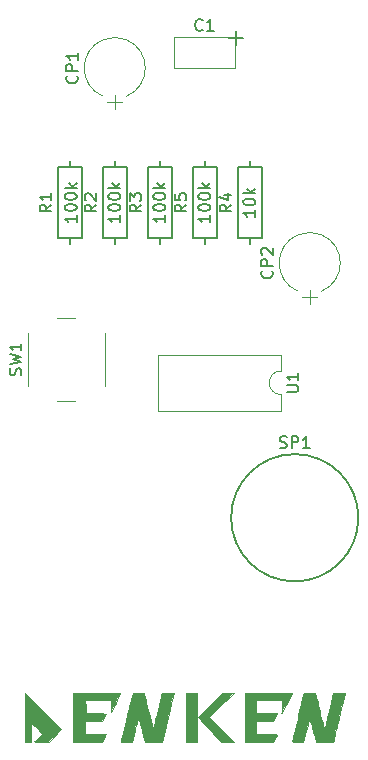
<source format=gto>
G04 #@! TF.FileFunction,Legend,Top*
%FSLAX46Y46*%
G04 Gerber Fmt 4.6, Leading zero omitted, Abs format (unit mm)*
G04 Created by KiCad (PCBNEW 4.0.1-stable) date 2017/05/09 18:16:20*
%MOMM*%
G01*
G04 APERTURE LIST*
%ADD10C,0.100000*%
%ADD11C,0.120000*%
%ADD12C,0.150000*%
%ADD13C,0.010000*%
%ADD14C,2.200000*%
%ADD15C,1.600000*%
%ADD16R,1.600000X1.600000*%
%ADD17R,3.000000X5.000000*%
%ADD18C,1.800000*%
%ADD19R,1.800000X1.800000*%
%ADD20C,2.000000*%
%ADD21R,1.600000X2.400000*%
%ADD22O,1.600000X2.400000*%
G04 APERTURE END LIST*
D10*
D11*
X142835000Y-81875000D02*
X147955000Y-81875000D01*
X142835000Y-84495000D02*
X147955000Y-84495000D01*
X142835000Y-81875000D02*
X142835000Y-84495000D01*
X147955000Y-81875000D02*
X147955000Y-84495000D01*
X136813600Y-82078137D02*
G75*
G03X136815000Y-86872436I981400J-2396863D01*
G01*
X138776400Y-82078137D02*
G75*
G02X138775000Y-86872436I-981400J-2396863D01*
G01*
X138776400Y-82078137D02*
G75*
G03X136815000Y-82077564I-981400J-2396863D01*
G01*
X137795000Y-87925000D02*
X137795000Y-86725000D01*
X137145000Y-87325000D02*
X138445000Y-87325000D01*
X153323600Y-98588137D02*
G75*
G03X153325000Y-103382436I981400J-2396863D01*
G01*
X155286400Y-98588137D02*
G75*
G02X155285000Y-103382436I-981400J-2396863D01*
G01*
X155286400Y-98588137D02*
G75*
G03X153325000Y-98587564I-981400J-2396863D01*
G01*
X154305000Y-104435000D02*
X154305000Y-103235000D01*
X153655000Y-103835000D02*
X154955000Y-103835000D01*
D12*
X133985000Y-98885000D02*
X133985000Y-99385000D01*
X133985000Y-92885000D02*
X133985000Y-92385000D01*
X132985000Y-98885000D02*
X132985000Y-92885000D01*
X132985000Y-92885000D02*
X134985000Y-92885000D01*
X134985000Y-98885000D02*
X132985000Y-98885000D01*
X134985000Y-92885000D02*
X134985000Y-98885000D01*
X137795000Y-98885000D02*
X137795000Y-99385000D01*
X137795000Y-92885000D02*
X137795000Y-92385000D01*
X136795000Y-98885000D02*
X136795000Y-92885000D01*
X136795000Y-92885000D02*
X138795000Y-92885000D01*
X138795000Y-98885000D02*
X136795000Y-98885000D01*
X138795000Y-92885000D02*
X138795000Y-98885000D01*
X141605000Y-98885000D02*
X141605000Y-99385000D01*
X141605000Y-92885000D02*
X141605000Y-92385000D01*
X140605000Y-98885000D02*
X140605000Y-92885000D01*
X140605000Y-92885000D02*
X142605000Y-92885000D01*
X142605000Y-98885000D02*
X140605000Y-98885000D01*
X142605000Y-92885000D02*
X142605000Y-98885000D01*
X149225000Y-98885000D02*
X149225000Y-99385000D01*
X149225000Y-92885000D02*
X149225000Y-92385000D01*
X148225000Y-98885000D02*
X148225000Y-92885000D01*
X148225000Y-92885000D02*
X150225000Y-92885000D01*
X150225000Y-98885000D02*
X148225000Y-98885000D01*
X150225000Y-92885000D02*
X150225000Y-98885000D01*
X145415000Y-98885000D02*
X145415000Y-99385000D01*
X145415000Y-92885000D02*
X145415000Y-92385000D01*
X144415000Y-98885000D02*
X144415000Y-92885000D01*
X144415000Y-92885000D02*
X146415000Y-92885000D01*
X146415000Y-98885000D02*
X144415000Y-98885000D01*
X146415000Y-92885000D02*
X146415000Y-98885000D01*
X158423154Y-122555000D02*
G75*
G03X158423154Y-122555000I-5388154J0D01*
G01*
D11*
X136945000Y-111395000D02*
X136945000Y-106895000D01*
X132945000Y-112645000D02*
X134445000Y-112645000D01*
X130445000Y-106895000D02*
X130445000Y-111395000D01*
X134445000Y-105645000D02*
X132945000Y-105645000D01*
X151885000Y-110125000D02*
X151885000Y-108755000D01*
X151885000Y-108755000D02*
X141485000Y-108755000D01*
X141485000Y-108755000D02*
X141485000Y-113495000D01*
X141485000Y-113495000D02*
X151885000Y-113495000D01*
X151885000Y-113495000D02*
X151885000Y-112125000D01*
X151885000Y-112125000D02*
G75*
G02X151885000Y-110125000I0J1000000D01*
G01*
D13*
G36*
X131756512Y-138914694D02*
X133280297Y-140437954D01*
X132196899Y-141524182D01*
X131549631Y-141518825D01*
X131324584Y-141515637D01*
X131143851Y-141510495D01*
X131021548Y-141504015D01*
X130971789Y-141496810D01*
X130975471Y-141493833D01*
X131036896Y-141452329D01*
X131140806Y-141357364D01*
X131269589Y-141225615D01*
X131339957Y-141148753D01*
X131631335Y-140823308D01*
X131198489Y-140388654D01*
X131035858Y-140227889D01*
X130895573Y-140093987D01*
X130790765Y-139999132D01*
X130734567Y-139955512D01*
X130730094Y-139954000D01*
X130718429Y-139997681D01*
X130708371Y-140118726D01*
X130700601Y-140302140D01*
X130695797Y-140532931D01*
X130694546Y-140739091D01*
X130694546Y-141524182D01*
X130232728Y-141524182D01*
X130232728Y-137391434D01*
X131756512Y-138914694D01*
X131756512Y-138914694D01*
G37*
X131756512Y-138914694D02*
X133280297Y-140437954D01*
X132196899Y-141524182D01*
X131549631Y-141518825D01*
X131324584Y-141515637D01*
X131143851Y-141510495D01*
X131021548Y-141504015D01*
X130971789Y-141496810D01*
X130975471Y-141493833D01*
X131036896Y-141452329D01*
X131140806Y-141357364D01*
X131269589Y-141225615D01*
X131339957Y-141148753D01*
X131631335Y-140823308D01*
X131198489Y-140388654D01*
X131035858Y-140227889D01*
X130895573Y-140093987D01*
X130790765Y-139999132D01*
X130734567Y-139955512D01*
X130730094Y-139954000D01*
X130718429Y-139997681D01*
X130708371Y-140118726D01*
X130700601Y-140302140D01*
X130695797Y-140532931D01*
X130694546Y-140739091D01*
X130694546Y-141524182D01*
X130232728Y-141524182D01*
X130232728Y-137391434D01*
X131756512Y-138914694D01*
G36*
X136700763Y-137368645D02*
X137089027Y-137371008D01*
X137437908Y-137374732D01*
X137737979Y-137379644D01*
X137979809Y-137385568D01*
X138153972Y-137392330D01*
X138251037Y-137399755D01*
X138268364Y-137404608D01*
X138248705Y-137455686D01*
X138193997Y-137575812D01*
X138110646Y-137751493D01*
X138005054Y-137969236D01*
X137883627Y-138215550D01*
X137879263Y-138224335D01*
X137490162Y-139007273D01*
X137486717Y-138510819D01*
X137483273Y-138014364D01*
X135309796Y-138014364D01*
X135322807Y-138557000D01*
X135335818Y-139099637D01*
X136178637Y-139112224D01*
X136446125Y-139117318D01*
X136678617Y-139123847D01*
X136861640Y-139131230D01*
X136980723Y-139138888D01*
X137021455Y-139145986D01*
X137002493Y-139194761D01*
X136952499Y-139303681D01*
X136881809Y-139450310D01*
X136872997Y-139468217D01*
X136724540Y-139769273D01*
X135312728Y-139769273D01*
X135312728Y-140877637D01*
X136167091Y-140877637D01*
X136436512Y-140878775D01*
X136671033Y-140881942D01*
X136856280Y-140886762D01*
X136977879Y-140892864D01*
X137021455Y-140899853D01*
X137002482Y-140949162D01*
X136952460Y-141058510D01*
X136881737Y-141205365D01*
X136872997Y-141223126D01*
X136724540Y-141524182D01*
X134296728Y-141524182D01*
X134296728Y-137367819D01*
X136282546Y-137367819D01*
X136700763Y-137368645D01*
X136700763Y-137368645D01*
G37*
X136700763Y-137368645D02*
X137089027Y-137371008D01*
X137437908Y-137374732D01*
X137737979Y-137379644D01*
X137979809Y-137385568D01*
X138153972Y-137392330D01*
X138251037Y-137399755D01*
X138268364Y-137404608D01*
X138248705Y-137455686D01*
X138193997Y-137575812D01*
X138110646Y-137751493D01*
X138005054Y-137969236D01*
X137883627Y-138215550D01*
X137879263Y-138224335D01*
X137490162Y-139007273D01*
X137486717Y-138510819D01*
X137483273Y-138014364D01*
X135309796Y-138014364D01*
X135322807Y-138557000D01*
X135335818Y-139099637D01*
X136178637Y-139112224D01*
X136446125Y-139117318D01*
X136678617Y-139123847D01*
X136861640Y-139131230D01*
X136980723Y-139138888D01*
X137021455Y-139145986D01*
X137002493Y-139194761D01*
X136952499Y-139303681D01*
X136881809Y-139450310D01*
X136872997Y-139468217D01*
X136724540Y-139769273D01*
X135312728Y-139769273D01*
X135312728Y-140877637D01*
X136167091Y-140877637D01*
X136436512Y-140878775D01*
X136671033Y-140881942D01*
X136856280Y-140886762D01*
X136977879Y-140892864D01*
X137021455Y-140899853D01*
X137002482Y-140949162D01*
X136952460Y-141058510D01*
X136881737Y-141205365D01*
X136872997Y-141223126D01*
X136724540Y-141524182D01*
X134296728Y-141524182D01*
X134296728Y-137367819D01*
X136282546Y-137367819D01*
X136700763Y-137368645D01*
G36*
X140293070Y-137524384D02*
X140314892Y-137608475D01*
X140355478Y-137769787D01*
X140411728Y-137995802D01*
X140480539Y-138274004D01*
X140558812Y-138591876D01*
X140643445Y-138936900D01*
X140676679Y-139072736D01*
X140761215Y-139415563D01*
X140839547Y-139727644D01*
X140908853Y-139998165D01*
X140966310Y-140216315D01*
X141009094Y-140371282D01*
X141034381Y-140452253D01*
X141039369Y-140461675D01*
X141056634Y-140419622D01*
X141090007Y-140304801D01*
X141135280Y-140134544D01*
X141188243Y-139926183D01*
X141244687Y-139697050D01*
X141300404Y-139464477D01*
X141351184Y-139245798D01*
X141392818Y-139058345D01*
X141421097Y-138919449D01*
X141431812Y-138846444D01*
X141431818Y-138845637D01*
X141445557Y-138769308D01*
X141455425Y-138753273D01*
X141478821Y-138697149D01*
X141515444Y-138572014D01*
X141560654Y-138398026D01*
X141609808Y-138195341D01*
X141658265Y-137984114D01*
X141701382Y-137784501D01*
X141734518Y-137616660D01*
X141753031Y-137500745D01*
X141753729Y-137457978D01*
X141767898Y-137414873D01*
X141872966Y-137387016D01*
X142068729Y-137374434D01*
X142354984Y-137377155D01*
X142361777Y-137377370D01*
X142783736Y-137390909D01*
X142627766Y-138027239D01*
X142572244Y-138257872D01*
X142526435Y-138456063D01*
X142494134Y-138604767D01*
X142479135Y-138686941D01*
X142478684Y-138696875D01*
X142468406Y-138764131D01*
X142455390Y-138799455D01*
X142437177Y-138860665D01*
X142400458Y-138999802D01*
X142348225Y-139204965D01*
X142283469Y-139464253D01*
X142209179Y-139765767D01*
X142128347Y-140097605D01*
X142107225Y-140184909D01*
X141789243Y-141501091D01*
X140323868Y-141501091D01*
X140282463Y-141304819D01*
X140248523Y-141185530D01*
X140211736Y-141115907D01*
X140198713Y-141108546D01*
X140174725Y-141081270D01*
X140179254Y-141071514D01*
X140174819Y-141019610D01*
X140151784Y-140896039D01*
X140114325Y-140718645D01*
X140066614Y-140505272D01*
X140012826Y-140273765D01*
X139957135Y-140041970D01*
X139903716Y-139827729D01*
X139856741Y-139648889D01*
X139820385Y-139523294D01*
X139809833Y-139492182D01*
X139790959Y-139510535D01*
X139755154Y-139605611D01*
X139706559Y-139764204D01*
X139649314Y-139973109D01*
X139607400Y-140137805D01*
X139548551Y-140382344D01*
X139500485Y-140594918D01*
X139466546Y-140759645D01*
X139450082Y-140860645D01*
X139450127Y-140884315D01*
X139437708Y-140927699D01*
X139430246Y-140931420D01*
X139399510Y-140981155D01*
X139359152Y-141094970D01*
X139324037Y-141224000D01*
X139257249Y-141501091D01*
X138785897Y-141514252D01*
X138589940Y-141517228D01*
X138433821Y-141514849D01*
X138336867Y-141507700D01*
X138314546Y-141500005D01*
X138325238Y-141447137D01*
X138354392Y-141323011D01*
X138397621Y-141145862D01*
X138450541Y-140933926D01*
X138453479Y-140922281D01*
X138506249Y-140708141D01*
X138548499Y-140526826D01*
X138576074Y-140396907D01*
X138584815Y-140336951D01*
X138584693Y-140336165D01*
X138593687Y-140266068D01*
X138605825Y-140231091D01*
X138629555Y-140156473D01*
X138667981Y-140016514D01*
X138716412Y-139830337D01*
X138770153Y-139617064D01*
X138824512Y-139395820D01*
X138874795Y-139185726D01*
X138916309Y-139005907D01*
X138944362Y-138875484D01*
X138954259Y-138813581D01*
X138954096Y-138812011D01*
X138963200Y-138742108D01*
X138975425Y-138707091D01*
X138996704Y-138638592D01*
X139034885Y-138498937D01*
X139085049Y-138306720D01*
X139142277Y-138080534D01*
X139158719Y-138014364D01*
X139313014Y-137390909D01*
X139780989Y-137377777D01*
X140248964Y-137364646D01*
X140293070Y-137524384D01*
X140293070Y-137524384D01*
G37*
X140293070Y-137524384D02*
X140314892Y-137608475D01*
X140355478Y-137769787D01*
X140411728Y-137995802D01*
X140480539Y-138274004D01*
X140558812Y-138591876D01*
X140643445Y-138936900D01*
X140676679Y-139072736D01*
X140761215Y-139415563D01*
X140839547Y-139727644D01*
X140908853Y-139998165D01*
X140966310Y-140216315D01*
X141009094Y-140371282D01*
X141034381Y-140452253D01*
X141039369Y-140461675D01*
X141056634Y-140419622D01*
X141090007Y-140304801D01*
X141135280Y-140134544D01*
X141188243Y-139926183D01*
X141244687Y-139697050D01*
X141300404Y-139464477D01*
X141351184Y-139245798D01*
X141392818Y-139058345D01*
X141421097Y-138919449D01*
X141431812Y-138846444D01*
X141431818Y-138845637D01*
X141445557Y-138769308D01*
X141455425Y-138753273D01*
X141478821Y-138697149D01*
X141515444Y-138572014D01*
X141560654Y-138398026D01*
X141609808Y-138195341D01*
X141658265Y-137984114D01*
X141701382Y-137784501D01*
X141734518Y-137616660D01*
X141753031Y-137500745D01*
X141753729Y-137457978D01*
X141767898Y-137414873D01*
X141872966Y-137387016D01*
X142068729Y-137374434D01*
X142354984Y-137377155D01*
X142361777Y-137377370D01*
X142783736Y-137390909D01*
X142627766Y-138027239D01*
X142572244Y-138257872D01*
X142526435Y-138456063D01*
X142494134Y-138604767D01*
X142479135Y-138686941D01*
X142478684Y-138696875D01*
X142468406Y-138764131D01*
X142455390Y-138799455D01*
X142437177Y-138860665D01*
X142400458Y-138999802D01*
X142348225Y-139204965D01*
X142283469Y-139464253D01*
X142209179Y-139765767D01*
X142128347Y-140097605D01*
X142107225Y-140184909D01*
X141789243Y-141501091D01*
X140323868Y-141501091D01*
X140282463Y-141304819D01*
X140248523Y-141185530D01*
X140211736Y-141115907D01*
X140198713Y-141108546D01*
X140174725Y-141081270D01*
X140179254Y-141071514D01*
X140174819Y-141019610D01*
X140151784Y-140896039D01*
X140114325Y-140718645D01*
X140066614Y-140505272D01*
X140012826Y-140273765D01*
X139957135Y-140041970D01*
X139903716Y-139827729D01*
X139856741Y-139648889D01*
X139820385Y-139523294D01*
X139809833Y-139492182D01*
X139790959Y-139510535D01*
X139755154Y-139605611D01*
X139706559Y-139764204D01*
X139649314Y-139973109D01*
X139607400Y-140137805D01*
X139548551Y-140382344D01*
X139500485Y-140594918D01*
X139466546Y-140759645D01*
X139450082Y-140860645D01*
X139450127Y-140884315D01*
X139437708Y-140927699D01*
X139430246Y-140931420D01*
X139399510Y-140981155D01*
X139359152Y-141094970D01*
X139324037Y-141224000D01*
X139257249Y-141501091D01*
X138785897Y-141514252D01*
X138589940Y-141517228D01*
X138433821Y-141514849D01*
X138336867Y-141507700D01*
X138314546Y-141500005D01*
X138325238Y-141447137D01*
X138354392Y-141323011D01*
X138397621Y-141145862D01*
X138450541Y-140933926D01*
X138453479Y-140922281D01*
X138506249Y-140708141D01*
X138548499Y-140526826D01*
X138576074Y-140396907D01*
X138584815Y-140336951D01*
X138584693Y-140336165D01*
X138593687Y-140266068D01*
X138605825Y-140231091D01*
X138629555Y-140156473D01*
X138667981Y-140016514D01*
X138716412Y-139830337D01*
X138770153Y-139617064D01*
X138824512Y-139395820D01*
X138874795Y-139185726D01*
X138916309Y-139005907D01*
X138944362Y-138875484D01*
X138954259Y-138813581D01*
X138954096Y-138812011D01*
X138963200Y-138742108D01*
X138975425Y-138707091D01*
X138996704Y-138638592D01*
X139034885Y-138498937D01*
X139085049Y-138306720D01*
X139142277Y-138080534D01*
X139158719Y-138014364D01*
X139313014Y-137390909D01*
X139780989Y-137377777D01*
X140248964Y-137364646D01*
X140293070Y-137524384D01*
G36*
X144780000Y-141524182D02*
X143810182Y-141524182D01*
X143810182Y-137367819D01*
X144780000Y-137367819D01*
X144780000Y-141524182D01*
X144780000Y-141524182D01*
G37*
X144780000Y-141524182D02*
X143810182Y-141524182D01*
X143810182Y-137367819D01*
X144780000Y-137367819D01*
X144780000Y-141524182D01*
G36*
X146812000Y-138406909D02*
X145773679Y-139446000D01*
X147851091Y-141527582D01*
X147335703Y-141520585D01*
X146820316Y-141513588D01*
X145816937Y-140474941D01*
X144813559Y-139436295D01*
X146880503Y-137367819D01*
X147850321Y-137367819D01*
X146812000Y-138406909D01*
X146812000Y-138406909D01*
G37*
X146812000Y-138406909D02*
X145773679Y-139446000D01*
X147851091Y-141527582D01*
X147335703Y-141520585D01*
X146820316Y-141513588D01*
X145816937Y-140474941D01*
X144813559Y-139436295D01*
X146880503Y-137367819D01*
X147850321Y-137367819D01*
X146812000Y-138406909D01*
G36*
X152361818Y-138204606D02*
X151961273Y-139041394D01*
X151935157Y-138014364D01*
X149767637Y-138014364D01*
X149767637Y-139122728D01*
X151523707Y-139122728D01*
X151360909Y-139446000D01*
X151198112Y-139769273D01*
X149767637Y-139769273D01*
X149767637Y-140323455D01*
X149770331Y-140536751D01*
X149777673Y-140711047D01*
X149788552Y-140828732D01*
X149801855Y-140872194D01*
X149802273Y-140872168D01*
X149883731Y-140866975D01*
X150030265Y-140864820D01*
X150225139Y-140865312D01*
X150451623Y-140868056D01*
X150692982Y-140872661D01*
X150932484Y-140878732D01*
X151153396Y-140885878D01*
X151338984Y-140893704D01*
X151472515Y-140901818D01*
X151537257Y-140909828D01*
X151540048Y-140912980D01*
X151494408Y-140969133D01*
X151424174Y-141084019D01*
X151344414Y-141232956D01*
X151343110Y-141235546D01*
X151197943Y-141524182D01*
X148797818Y-141524182D01*
X148797818Y-137367819D01*
X152762364Y-137367819D01*
X152361818Y-138204606D01*
X152361818Y-138204606D01*
G37*
X152361818Y-138204606D02*
X151961273Y-139041394D01*
X151935157Y-138014364D01*
X149767637Y-138014364D01*
X149767637Y-139122728D01*
X151523707Y-139122728D01*
X151360909Y-139446000D01*
X151198112Y-139769273D01*
X149767637Y-139769273D01*
X149767637Y-140323455D01*
X149770331Y-140536751D01*
X149777673Y-140711047D01*
X149788552Y-140828732D01*
X149801855Y-140872194D01*
X149802273Y-140872168D01*
X149883731Y-140866975D01*
X150030265Y-140864820D01*
X150225139Y-140865312D01*
X150451623Y-140868056D01*
X150692982Y-140872661D01*
X150932484Y-140878732D01*
X151153396Y-140885878D01*
X151338984Y-140893704D01*
X151472515Y-140901818D01*
X151537257Y-140909828D01*
X151540048Y-140912980D01*
X151494408Y-140969133D01*
X151424174Y-141084019D01*
X151344414Y-141232956D01*
X151343110Y-141235546D01*
X151197943Y-141524182D01*
X148797818Y-141524182D01*
X148797818Y-137367819D01*
X152762364Y-137367819D01*
X152361818Y-138204606D01*
G36*
X154492332Y-137367985D02*
X154635817Y-137375757D01*
X154723014Y-137402045D01*
X154771929Y-137457757D01*
X154800572Y-137553803D01*
X154826950Y-137701093D01*
X154827223Y-137702637D01*
X154855498Y-137813673D01*
X154887312Y-137872827D01*
X154894635Y-137875819D01*
X154914297Y-137912728D01*
X154907200Y-137968182D01*
X154908958Y-138043321D01*
X154937339Y-138060546D01*
X154970914Y-138087065D01*
X154964755Y-138104036D01*
X154969282Y-138156362D01*
X154992945Y-138282998D01*
X155032139Y-138468733D01*
X155083260Y-138698356D01*
X155142702Y-138956656D01*
X155206860Y-139228422D01*
X155272129Y-139498444D01*
X155334903Y-139751512D01*
X155391579Y-139972413D01*
X155438550Y-140145938D01*
X155472212Y-140256876D01*
X155479833Y-140277273D01*
X155499633Y-140382131D01*
X155497606Y-140415819D01*
X155504620Y-140456792D01*
X155530225Y-140438909D01*
X155568467Y-140365788D01*
X155608445Y-140242293D01*
X155642015Y-140102501D01*
X155661029Y-139980494D01*
X155657343Y-139910348D01*
X155656792Y-139909394D01*
X155659785Y-139859464D01*
X155668384Y-139854036D01*
X155688232Y-139806816D01*
X155726045Y-139681345D01*
X155778715Y-139489302D01*
X155843132Y-139242364D01*
X155916190Y-138952208D01*
X155994778Y-138630510D01*
X156001350Y-138603182D01*
X156298086Y-137367819D01*
X157282531Y-137367819D01*
X157031882Y-138395364D01*
X156959254Y-138696538D01*
X156894130Y-138973132D01*
X156839793Y-139210666D01*
X156799526Y-139394661D01*
X156776614Y-139510637D01*
X156772708Y-139538364D01*
X156757393Y-139634981D01*
X156739631Y-139676909D01*
X156721279Y-139727444D01*
X156686194Y-139852481D01*
X156638432Y-140036529D01*
X156582050Y-140264094D01*
X156540117Y-140438909D01*
X156477595Y-140702003D01*
X156419105Y-140946396D01*
X156369430Y-141152236D01*
X156333350Y-141299669D01*
X156320433Y-141351000D01*
X156275713Y-141524182D01*
X154818112Y-141524182D01*
X154709091Y-141062364D01*
X154661289Y-140870626D01*
X154618352Y-140717779D01*
X154585871Y-140622677D01*
X154572113Y-140600546D01*
X154547931Y-140562228D01*
X154543246Y-140519728D01*
X154531816Y-140433493D01*
X154502604Y-140289318D01*
X154461565Y-140110957D01*
X154414650Y-139922168D01*
X154367813Y-139746708D01*
X154327006Y-139608331D01*
X154298183Y-139530795D01*
X154293702Y-139523870D01*
X154273407Y-139555543D01*
X154235105Y-139664959D01*
X154182345Y-139840049D01*
X154118675Y-140068743D01*
X154047645Y-140338972D01*
X154008533Y-140493688D01*
X153757217Y-141501091D01*
X153286427Y-141514252D01*
X153080484Y-141516035D01*
X152923533Y-141509511D01*
X152832131Y-141495737D01*
X152815637Y-141484237D01*
X152826251Y-141430586D01*
X152856393Y-141297992D01*
X152903504Y-141097202D01*
X152965031Y-140838958D01*
X153038418Y-140534004D01*
X153121110Y-140193085D01*
X153185054Y-139931061D01*
X153272082Y-139571112D01*
X153350295Y-139239424D01*
X153417322Y-138946713D01*
X153470788Y-138703696D01*
X153508320Y-138521088D01*
X153527546Y-138409606D01*
X153528692Y-138379349D01*
X153529688Y-138339819D01*
X153540275Y-138337612D01*
X153565115Y-138295502D01*
X153603473Y-138181504D01*
X153649693Y-138014079D01*
X153688844Y-137852702D01*
X153800051Y-137367819D01*
X154274550Y-137367819D01*
X154492332Y-137367985D01*
X154492332Y-137367985D01*
G37*
X154492332Y-137367985D02*
X154635817Y-137375757D01*
X154723014Y-137402045D01*
X154771929Y-137457757D01*
X154800572Y-137553803D01*
X154826950Y-137701093D01*
X154827223Y-137702637D01*
X154855498Y-137813673D01*
X154887312Y-137872827D01*
X154894635Y-137875819D01*
X154914297Y-137912728D01*
X154907200Y-137968182D01*
X154908958Y-138043321D01*
X154937339Y-138060546D01*
X154970914Y-138087065D01*
X154964755Y-138104036D01*
X154969282Y-138156362D01*
X154992945Y-138282998D01*
X155032139Y-138468733D01*
X155083260Y-138698356D01*
X155142702Y-138956656D01*
X155206860Y-139228422D01*
X155272129Y-139498444D01*
X155334903Y-139751512D01*
X155391579Y-139972413D01*
X155438550Y-140145938D01*
X155472212Y-140256876D01*
X155479833Y-140277273D01*
X155499633Y-140382131D01*
X155497606Y-140415819D01*
X155504620Y-140456792D01*
X155530225Y-140438909D01*
X155568467Y-140365788D01*
X155608445Y-140242293D01*
X155642015Y-140102501D01*
X155661029Y-139980494D01*
X155657343Y-139910348D01*
X155656792Y-139909394D01*
X155659785Y-139859464D01*
X155668384Y-139854036D01*
X155688232Y-139806816D01*
X155726045Y-139681345D01*
X155778715Y-139489302D01*
X155843132Y-139242364D01*
X155916190Y-138952208D01*
X155994778Y-138630510D01*
X156001350Y-138603182D01*
X156298086Y-137367819D01*
X157282531Y-137367819D01*
X157031882Y-138395364D01*
X156959254Y-138696538D01*
X156894130Y-138973132D01*
X156839793Y-139210666D01*
X156799526Y-139394661D01*
X156776614Y-139510637D01*
X156772708Y-139538364D01*
X156757393Y-139634981D01*
X156739631Y-139676909D01*
X156721279Y-139727444D01*
X156686194Y-139852481D01*
X156638432Y-140036529D01*
X156582050Y-140264094D01*
X156540117Y-140438909D01*
X156477595Y-140702003D01*
X156419105Y-140946396D01*
X156369430Y-141152236D01*
X156333350Y-141299669D01*
X156320433Y-141351000D01*
X156275713Y-141524182D01*
X154818112Y-141524182D01*
X154709091Y-141062364D01*
X154661289Y-140870626D01*
X154618352Y-140717779D01*
X154585871Y-140622677D01*
X154572113Y-140600546D01*
X154547931Y-140562228D01*
X154543246Y-140519728D01*
X154531816Y-140433493D01*
X154502604Y-140289318D01*
X154461565Y-140110957D01*
X154414650Y-139922168D01*
X154367813Y-139746708D01*
X154327006Y-139608331D01*
X154298183Y-139530795D01*
X154293702Y-139523870D01*
X154273407Y-139555543D01*
X154235105Y-139664959D01*
X154182345Y-139840049D01*
X154118675Y-140068743D01*
X154047645Y-140338972D01*
X154008533Y-140493688D01*
X153757217Y-141501091D01*
X153286427Y-141514252D01*
X153080484Y-141516035D01*
X152923533Y-141509511D01*
X152832131Y-141495737D01*
X152815637Y-141484237D01*
X152826251Y-141430586D01*
X152856393Y-141297992D01*
X152903504Y-141097202D01*
X152965031Y-140838958D01*
X153038418Y-140534004D01*
X153121110Y-140193085D01*
X153185054Y-139931061D01*
X153272082Y-139571112D01*
X153350295Y-139239424D01*
X153417322Y-138946713D01*
X153470788Y-138703696D01*
X153508320Y-138521088D01*
X153527546Y-138409606D01*
X153528692Y-138379349D01*
X153529688Y-138339819D01*
X153540275Y-138337612D01*
X153565115Y-138295502D01*
X153603473Y-138181504D01*
X153649693Y-138014079D01*
X153688844Y-137852702D01*
X153800051Y-137367819D01*
X154274550Y-137367819D01*
X154492332Y-137367985D01*
G36*
X151938182Y-139099637D02*
X151915091Y-139122728D01*
X151892000Y-139099637D01*
X151915091Y-139076546D01*
X151938182Y-139099637D01*
X151938182Y-139099637D01*
G37*
X151938182Y-139099637D02*
X151915091Y-139122728D01*
X151892000Y-139099637D01*
X151915091Y-139076546D01*
X151938182Y-139099637D01*
D12*
X145228334Y-81232143D02*
X145180715Y-81279762D01*
X145037858Y-81327381D01*
X144942620Y-81327381D01*
X144799762Y-81279762D01*
X144704524Y-81184524D01*
X144656905Y-81089286D01*
X144609286Y-80898810D01*
X144609286Y-80755952D01*
X144656905Y-80565476D01*
X144704524Y-80470238D01*
X144799762Y-80375000D01*
X144942620Y-80327381D01*
X145037858Y-80327381D01*
X145180715Y-80375000D01*
X145228334Y-80422619D01*
X146180715Y-81327381D02*
X145609286Y-81327381D01*
X145895000Y-81327381D02*
X145895000Y-80327381D01*
X145799762Y-80470238D01*
X145704524Y-80565476D01*
X145609286Y-80613095D01*
X134592143Y-85141666D02*
X134639762Y-85189285D01*
X134687381Y-85332142D01*
X134687381Y-85427380D01*
X134639762Y-85570238D01*
X134544524Y-85665476D01*
X134449286Y-85713095D01*
X134258810Y-85760714D01*
X134115952Y-85760714D01*
X133925476Y-85713095D01*
X133830238Y-85665476D01*
X133735000Y-85570238D01*
X133687381Y-85427380D01*
X133687381Y-85332142D01*
X133735000Y-85189285D01*
X133782619Y-85141666D01*
X134687381Y-84713095D02*
X133687381Y-84713095D01*
X133687381Y-84332142D01*
X133735000Y-84236904D01*
X133782619Y-84189285D01*
X133877857Y-84141666D01*
X134020714Y-84141666D01*
X134115952Y-84189285D01*
X134163571Y-84236904D01*
X134211190Y-84332142D01*
X134211190Y-84713095D01*
X134687381Y-83189285D02*
X134687381Y-83760714D01*
X134687381Y-83475000D02*
X133687381Y-83475000D01*
X133830238Y-83570238D01*
X133925476Y-83665476D01*
X133973095Y-83760714D01*
X151102143Y-101651666D02*
X151149762Y-101699285D01*
X151197381Y-101842142D01*
X151197381Y-101937380D01*
X151149762Y-102080238D01*
X151054524Y-102175476D01*
X150959286Y-102223095D01*
X150768810Y-102270714D01*
X150625952Y-102270714D01*
X150435476Y-102223095D01*
X150340238Y-102175476D01*
X150245000Y-102080238D01*
X150197381Y-101937380D01*
X150197381Y-101842142D01*
X150245000Y-101699285D01*
X150292619Y-101651666D01*
X151197381Y-101223095D02*
X150197381Y-101223095D01*
X150197381Y-100842142D01*
X150245000Y-100746904D01*
X150292619Y-100699285D01*
X150387857Y-100651666D01*
X150530714Y-100651666D01*
X150625952Y-100699285D01*
X150673571Y-100746904D01*
X150721190Y-100842142D01*
X150721190Y-101223095D01*
X150292619Y-100270714D02*
X150245000Y-100223095D01*
X150197381Y-100127857D01*
X150197381Y-99889761D01*
X150245000Y-99794523D01*
X150292619Y-99746904D01*
X150387857Y-99699285D01*
X150483095Y-99699285D01*
X150625952Y-99746904D01*
X151197381Y-100318333D01*
X151197381Y-99699285D01*
X148062143Y-82486428D02*
X148062143Y-81343571D01*
X148633571Y-81915000D02*
X147490714Y-81915000D01*
X132437381Y-96051666D02*
X131961190Y-96385000D01*
X132437381Y-96623095D02*
X131437381Y-96623095D01*
X131437381Y-96242142D01*
X131485000Y-96146904D01*
X131532619Y-96099285D01*
X131627857Y-96051666D01*
X131770714Y-96051666D01*
X131865952Y-96099285D01*
X131913571Y-96146904D01*
X131961190Y-96242142D01*
X131961190Y-96623095D01*
X132437381Y-95099285D02*
X132437381Y-95670714D01*
X132437381Y-95385000D02*
X131437381Y-95385000D01*
X131580238Y-95480238D01*
X131675476Y-95575476D01*
X131723095Y-95670714D01*
X134564381Y-96956428D02*
X134564381Y-97527857D01*
X134564381Y-97242143D02*
X133564381Y-97242143D01*
X133707238Y-97337381D01*
X133802476Y-97432619D01*
X133850095Y-97527857D01*
X133564381Y-96337381D02*
X133564381Y-96242142D01*
X133612000Y-96146904D01*
X133659619Y-96099285D01*
X133754857Y-96051666D01*
X133945333Y-96004047D01*
X134183429Y-96004047D01*
X134373905Y-96051666D01*
X134469143Y-96099285D01*
X134516762Y-96146904D01*
X134564381Y-96242142D01*
X134564381Y-96337381D01*
X134516762Y-96432619D01*
X134469143Y-96480238D01*
X134373905Y-96527857D01*
X134183429Y-96575476D01*
X133945333Y-96575476D01*
X133754857Y-96527857D01*
X133659619Y-96480238D01*
X133612000Y-96432619D01*
X133564381Y-96337381D01*
X133564381Y-95385000D02*
X133564381Y-95289761D01*
X133612000Y-95194523D01*
X133659619Y-95146904D01*
X133754857Y-95099285D01*
X133945333Y-95051666D01*
X134183429Y-95051666D01*
X134373905Y-95099285D01*
X134469143Y-95146904D01*
X134516762Y-95194523D01*
X134564381Y-95289761D01*
X134564381Y-95385000D01*
X134516762Y-95480238D01*
X134469143Y-95527857D01*
X134373905Y-95575476D01*
X134183429Y-95623095D01*
X133945333Y-95623095D01*
X133754857Y-95575476D01*
X133659619Y-95527857D01*
X133612000Y-95480238D01*
X133564381Y-95385000D01*
X134564381Y-94623095D02*
X133564381Y-94623095D01*
X134183429Y-94527857D02*
X134564381Y-94242142D01*
X133897714Y-94242142D02*
X134278667Y-94623095D01*
X136247381Y-96051666D02*
X135771190Y-96385000D01*
X136247381Y-96623095D02*
X135247381Y-96623095D01*
X135247381Y-96242142D01*
X135295000Y-96146904D01*
X135342619Y-96099285D01*
X135437857Y-96051666D01*
X135580714Y-96051666D01*
X135675952Y-96099285D01*
X135723571Y-96146904D01*
X135771190Y-96242142D01*
X135771190Y-96623095D01*
X135342619Y-95670714D02*
X135295000Y-95623095D01*
X135247381Y-95527857D01*
X135247381Y-95289761D01*
X135295000Y-95194523D01*
X135342619Y-95146904D01*
X135437857Y-95099285D01*
X135533095Y-95099285D01*
X135675952Y-95146904D01*
X136247381Y-95718333D01*
X136247381Y-95099285D01*
X138247381Y-96956428D02*
X138247381Y-97527857D01*
X138247381Y-97242143D02*
X137247381Y-97242143D01*
X137390238Y-97337381D01*
X137485476Y-97432619D01*
X137533095Y-97527857D01*
X137247381Y-96337381D02*
X137247381Y-96242142D01*
X137295000Y-96146904D01*
X137342619Y-96099285D01*
X137437857Y-96051666D01*
X137628333Y-96004047D01*
X137866429Y-96004047D01*
X138056905Y-96051666D01*
X138152143Y-96099285D01*
X138199762Y-96146904D01*
X138247381Y-96242142D01*
X138247381Y-96337381D01*
X138199762Y-96432619D01*
X138152143Y-96480238D01*
X138056905Y-96527857D01*
X137866429Y-96575476D01*
X137628333Y-96575476D01*
X137437857Y-96527857D01*
X137342619Y-96480238D01*
X137295000Y-96432619D01*
X137247381Y-96337381D01*
X137247381Y-95385000D02*
X137247381Y-95289761D01*
X137295000Y-95194523D01*
X137342619Y-95146904D01*
X137437857Y-95099285D01*
X137628333Y-95051666D01*
X137866429Y-95051666D01*
X138056905Y-95099285D01*
X138152143Y-95146904D01*
X138199762Y-95194523D01*
X138247381Y-95289761D01*
X138247381Y-95385000D01*
X138199762Y-95480238D01*
X138152143Y-95527857D01*
X138056905Y-95575476D01*
X137866429Y-95623095D01*
X137628333Y-95623095D01*
X137437857Y-95575476D01*
X137342619Y-95527857D01*
X137295000Y-95480238D01*
X137247381Y-95385000D01*
X138247381Y-94623095D02*
X137247381Y-94623095D01*
X137866429Y-94527857D02*
X138247381Y-94242142D01*
X137580714Y-94242142D02*
X137961667Y-94623095D01*
X140057381Y-96051666D02*
X139581190Y-96385000D01*
X140057381Y-96623095D02*
X139057381Y-96623095D01*
X139057381Y-96242142D01*
X139105000Y-96146904D01*
X139152619Y-96099285D01*
X139247857Y-96051666D01*
X139390714Y-96051666D01*
X139485952Y-96099285D01*
X139533571Y-96146904D01*
X139581190Y-96242142D01*
X139581190Y-96623095D01*
X139057381Y-95718333D02*
X139057381Y-95099285D01*
X139438333Y-95432619D01*
X139438333Y-95289761D01*
X139485952Y-95194523D01*
X139533571Y-95146904D01*
X139628810Y-95099285D01*
X139866905Y-95099285D01*
X139962143Y-95146904D01*
X140009762Y-95194523D01*
X140057381Y-95289761D01*
X140057381Y-95575476D01*
X140009762Y-95670714D01*
X139962143Y-95718333D01*
X142057381Y-96956428D02*
X142057381Y-97527857D01*
X142057381Y-97242143D02*
X141057381Y-97242143D01*
X141200238Y-97337381D01*
X141295476Y-97432619D01*
X141343095Y-97527857D01*
X141057381Y-96337381D02*
X141057381Y-96242142D01*
X141105000Y-96146904D01*
X141152619Y-96099285D01*
X141247857Y-96051666D01*
X141438333Y-96004047D01*
X141676429Y-96004047D01*
X141866905Y-96051666D01*
X141962143Y-96099285D01*
X142009762Y-96146904D01*
X142057381Y-96242142D01*
X142057381Y-96337381D01*
X142009762Y-96432619D01*
X141962143Y-96480238D01*
X141866905Y-96527857D01*
X141676429Y-96575476D01*
X141438333Y-96575476D01*
X141247857Y-96527857D01*
X141152619Y-96480238D01*
X141105000Y-96432619D01*
X141057381Y-96337381D01*
X141057381Y-95385000D02*
X141057381Y-95289761D01*
X141105000Y-95194523D01*
X141152619Y-95146904D01*
X141247857Y-95099285D01*
X141438333Y-95051666D01*
X141676429Y-95051666D01*
X141866905Y-95099285D01*
X141962143Y-95146904D01*
X142009762Y-95194523D01*
X142057381Y-95289761D01*
X142057381Y-95385000D01*
X142009762Y-95480238D01*
X141962143Y-95527857D01*
X141866905Y-95575476D01*
X141676429Y-95623095D01*
X141438333Y-95623095D01*
X141247857Y-95575476D01*
X141152619Y-95527857D01*
X141105000Y-95480238D01*
X141057381Y-95385000D01*
X142057381Y-94623095D02*
X141057381Y-94623095D01*
X141676429Y-94527857D02*
X142057381Y-94242142D01*
X141390714Y-94242142D02*
X141771667Y-94623095D01*
X147677381Y-96051666D02*
X147201190Y-96385000D01*
X147677381Y-96623095D02*
X146677381Y-96623095D01*
X146677381Y-96242142D01*
X146725000Y-96146904D01*
X146772619Y-96099285D01*
X146867857Y-96051666D01*
X147010714Y-96051666D01*
X147105952Y-96099285D01*
X147153571Y-96146904D01*
X147201190Y-96242142D01*
X147201190Y-96623095D01*
X147010714Y-95194523D02*
X147677381Y-95194523D01*
X146629762Y-95432619D02*
X147344048Y-95670714D01*
X147344048Y-95051666D01*
X149677381Y-96480238D02*
X149677381Y-97051667D01*
X149677381Y-96765953D02*
X148677381Y-96765953D01*
X148820238Y-96861191D01*
X148915476Y-96956429D01*
X148963095Y-97051667D01*
X148677381Y-95861191D02*
X148677381Y-95765952D01*
X148725000Y-95670714D01*
X148772619Y-95623095D01*
X148867857Y-95575476D01*
X149058333Y-95527857D01*
X149296429Y-95527857D01*
X149486905Y-95575476D01*
X149582143Y-95623095D01*
X149629762Y-95670714D01*
X149677381Y-95765952D01*
X149677381Y-95861191D01*
X149629762Y-95956429D01*
X149582143Y-96004048D01*
X149486905Y-96051667D01*
X149296429Y-96099286D01*
X149058333Y-96099286D01*
X148867857Y-96051667D01*
X148772619Y-96004048D01*
X148725000Y-95956429D01*
X148677381Y-95861191D01*
X149677381Y-95099286D02*
X148677381Y-95099286D01*
X149296429Y-95004048D02*
X149677381Y-94718333D01*
X149010714Y-94718333D02*
X149391667Y-95099286D01*
X143867381Y-96051666D02*
X143391190Y-96385000D01*
X143867381Y-96623095D02*
X142867381Y-96623095D01*
X142867381Y-96242142D01*
X142915000Y-96146904D01*
X142962619Y-96099285D01*
X143057857Y-96051666D01*
X143200714Y-96051666D01*
X143295952Y-96099285D01*
X143343571Y-96146904D01*
X143391190Y-96242142D01*
X143391190Y-96623095D01*
X142867381Y-95146904D02*
X142867381Y-95623095D01*
X143343571Y-95670714D01*
X143295952Y-95623095D01*
X143248333Y-95527857D01*
X143248333Y-95289761D01*
X143295952Y-95194523D01*
X143343571Y-95146904D01*
X143438810Y-95099285D01*
X143676905Y-95099285D01*
X143772143Y-95146904D01*
X143819762Y-95194523D01*
X143867381Y-95289761D01*
X143867381Y-95527857D01*
X143819762Y-95623095D01*
X143772143Y-95670714D01*
X145867381Y-96956428D02*
X145867381Y-97527857D01*
X145867381Y-97242143D02*
X144867381Y-97242143D01*
X145010238Y-97337381D01*
X145105476Y-97432619D01*
X145153095Y-97527857D01*
X144867381Y-96337381D02*
X144867381Y-96242142D01*
X144915000Y-96146904D01*
X144962619Y-96099285D01*
X145057857Y-96051666D01*
X145248333Y-96004047D01*
X145486429Y-96004047D01*
X145676905Y-96051666D01*
X145772143Y-96099285D01*
X145819762Y-96146904D01*
X145867381Y-96242142D01*
X145867381Y-96337381D01*
X145819762Y-96432619D01*
X145772143Y-96480238D01*
X145676905Y-96527857D01*
X145486429Y-96575476D01*
X145248333Y-96575476D01*
X145057857Y-96527857D01*
X144962619Y-96480238D01*
X144915000Y-96432619D01*
X144867381Y-96337381D01*
X144867381Y-95385000D02*
X144867381Y-95289761D01*
X144915000Y-95194523D01*
X144962619Y-95146904D01*
X145057857Y-95099285D01*
X145248333Y-95051666D01*
X145486429Y-95051666D01*
X145676905Y-95099285D01*
X145772143Y-95146904D01*
X145819762Y-95194523D01*
X145867381Y-95289761D01*
X145867381Y-95385000D01*
X145819762Y-95480238D01*
X145772143Y-95527857D01*
X145676905Y-95575476D01*
X145486429Y-95623095D01*
X145248333Y-95623095D01*
X145057857Y-95575476D01*
X144962619Y-95527857D01*
X144915000Y-95480238D01*
X144867381Y-95385000D01*
X145867381Y-94623095D02*
X144867381Y-94623095D01*
X145486429Y-94527857D02*
X145867381Y-94242142D01*
X145200714Y-94242142D02*
X145581667Y-94623095D01*
X151773095Y-116609762D02*
X151915952Y-116657381D01*
X152154048Y-116657381D01*
X152249286Y-116609762D01*
X152296905Y-116562143D01*
X152344524Y-116466905D01*
X152344524Y-116371667D01*
X152296905Y-116276429D01*
X152249286Y-116228810D01*
X152154048Y-116181190D01*
X151963571Y-116133571D01*
X151868333Y-116085952D01*
X151820714Y-116038333D01*
X151773095Y-115943095D01*
X151773095Y-115847857D01*
X151820714Y-115752619D01*
X151868333Y-115705000D01*
X151963571Y-115657381D01*
X152201667Y-115657381D01*
X152344524Y-115705000D01*
X152773095Y-116657381D02*
X152773095Y-115657381D01*
X153154048Y-115657381D01*
X153249286Y-115705000D01*
X153296905Y-115752619D01*
X153344524Y-115847857D01*
X153344524Y-115990714D01*
X153296905Y-116085952D01*
X153249286Y-116133571D01*
X153154048Y-116181190D01*
X152773095Y-116181190D01*
X154296905Y-116657381D02*
X153725476Y-116657381D01*
X154011190Y-116657381D02*
X154011190Y-115657381D01*
X153915952Y-115800238D01*
X153820714Y-115895476D01*
X153725476Y-115943095D01*
X129849762Y-110478333D02*
X129897381Y-110335476D01*
X129897381Y-110097380D01*
X129849762Y-110002142D01*
X129802143Y-109954523D01*
X129706905Y-109906904D01*
X129611667Y-109906904D01*
X129516429Y-109954523D01*
X129468810Y-110002142D01*
X129421190Y-110097380D01*
X129373571Y-110287857D01*
X129325952Y-110383095D01*
X129278333Y-110430714D01*
X129183095Y-110478333D01*
X129087857Y-110478333D01*
X128992619Y-110430714D01*
X128945000Y-110383095D01*
X128897381Y-110287857D01*
X128897381Y-110049761D01*
X128945000Y-109906904D01*
X128897381Y-109573571D02*
X129897381Y-109335476D01*
X129183095Y-109144999D01*
X129897381Y-108954523D01*
X128897381Y-108716428D01*
X129897381Y-107811666D02*
X129897381Y-108383095D01*
X129897381Y-108097381D02*
X128897381Y-108097381D01*
X129040238Y-108192619D01*
X129135476Y-108287857D01*
X129183095Y-108383095D01*
X152337381Y-111886905D02*
X153146905Y-111886905D01*
X153242143Y-111839286D01*
X153289762Y-111791667D01*
X153337381Y-111696429D01*
X153337381Y-111505952D01*
X153289762Y-111410714D01*
X153242143Y-111363095D01*
X153146905Y-111315476D01*
X152337381Y-111315476D01*
X153337381Y-110315476D02*
X153337381Y-110886905D01*
X153337381Y-110601191D02*
X152337381Y-110601191D01*
X152480238Y-110696429D01*
X152575476Y-110791667D01*
X152623095Y-110886905D01*
%LPC*%
D14*
X130915000Y-130175000D03*
X150915000Y-130175000D03*
D15*
X144145000Y-83185000D03*
X146645000Y-83185000D03*
D16*
X137795000Y-85725000D03*
D15*
X137795000Y-83225000D03*
D16*
X154305000Y-102235000D03*
D15*
X154305000Y-99735000D03*
D17*
X142875000Y-76835000D03*
X147955000Y-76835000D03*
D18*
X133985000Y-90805000D03*
D19*
X133985000Y-100965000D03*
D18*
X137795000Y-90805000D03*
D19*
X137795000Y-100965000D03*
D18*
X141605000Y-90805000D03*
D19*
X141605000Y-100965000D03*
D18*
X149225000Y-90805000D03*
D19*
X149225000Y-100965000D03*
D18*
X145415000Y-90805000D03*
D19*
X145415000Y-100965000D03*
D20*
X155575000Y-122555000D03*
X150495000Y-122555000D03*
X135945000Y-112395000D03*
X131445000Y-112395000D03*
X135945000Y-105895000D03*
X131445000Y-105895000D03*
D21*
X150495000Y-107315000D03*
D22*
X142875000Y-114935000D03*
X147955000Y-107315000D03*
X145415000Y-114935000D03*
X145415000Y-107315000D03*
X147955000Y-114935000D03*
X142875000Y-107315000D03*
X150495000Y-114935000D03*
M02*

</source>
